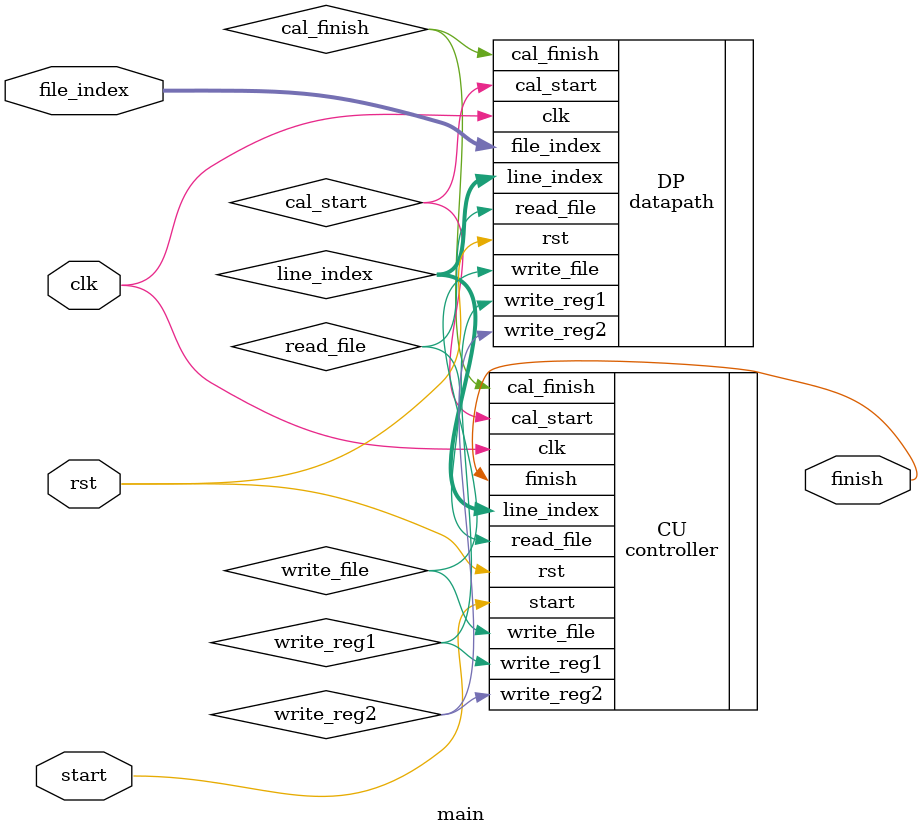
<source format=v>
`timescale 1ns/1ns

module main(clk, rst, file_index, start, finish);

    input clk, rst;
    input [9:0] file_index;
    input start;
    output finish;

    wire read_file;
    wire write_file;
    wire [5:0] line_index;
    wire write_reg1, write_reg2;
    wire cal_start;
    wire cal_finish;

    datapath DP (.clk(clk), .rst(rst), 
                .read_file(read_file), .file_index(file_index), .line_index(line_index), 
                .write_reg1(write_reg1), .write_reg2(write_reg2), 
                .cal_start(cal_start), .cal_finish(cal_finish), .write_file(write_file));

    controller CU ( .clk(clk), .rst(rst), 
                    .start(start), .read_file(read_file), 
                    .write_reg1(write_reg1), .write_reg2(write_reg2), 
                    .cal_start(cal_start), .cal_finish(cal_finish), 
                    .write_file(write_file), .line_index(line_index), 
                    .finish(finish));

endmodule
</source>
